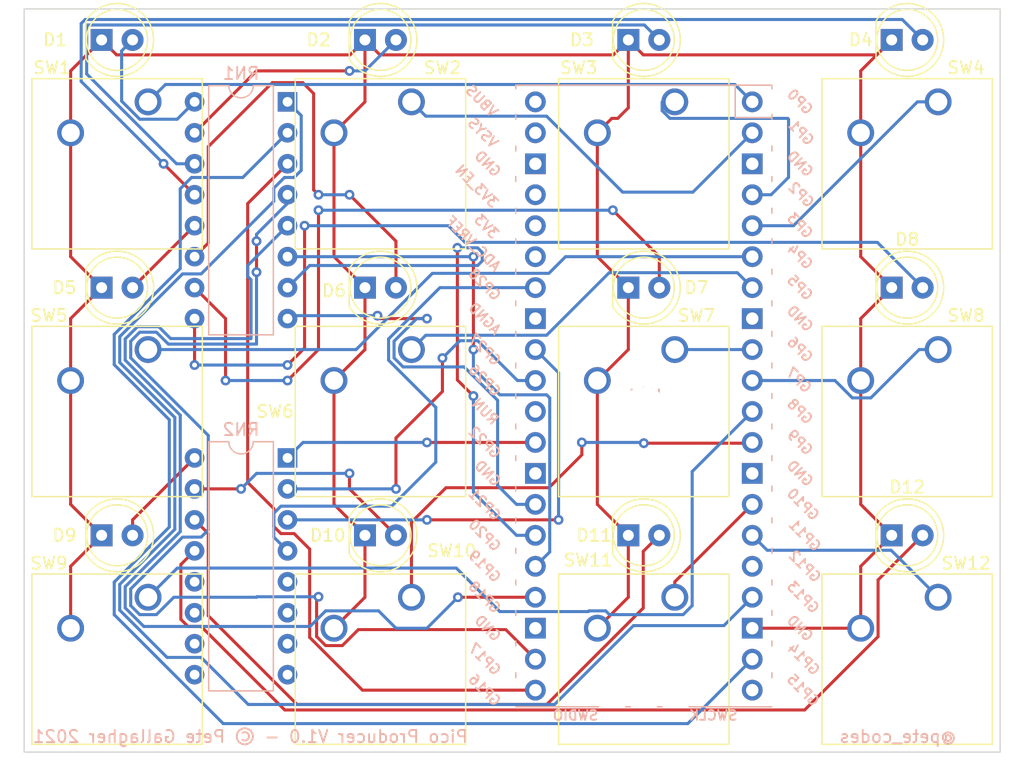
<source format=kicad_pcb>
(kicad_pcb (version 20210126) (generator pcbnew)
  (layers (0 "F.Cu" signal) (31 "B.Cu" signal) (34 "B.Paste" user) (35 "F.Paste" user) (36 "B.SilkS" user "B.Silkscreen") (37 "F.SilkS" user "F.Silkscreen") (38 "B.Mask" user) (39 "F.Mask" user) (44 "Edge.Cuts" user))
  (net 0 "")
  (net 1 "Net-(D1-Pad2)")
  (net 2 "GND")
  (net 3 "Net-(D2-Pad2)")
  (net 4 "Net-(D3-Pad2)")
  (net 5 "Net-(D4-Pad2)")
  (net 6 "Net-(D5-Pad2)")
  (net 7 "Net-(D6-Pad2)")
  (net 8 "Net-(D7-Pad2)")
  (net 9 "Net-(D8-Pad2)")
  (net 10 "Net-(D9-Pad2)")
  (net 11 "Net-(D10-Pad2)")
  (net 12 "Net-(D11-Pad2)")
  (net 13 "Net-(RN1-Pad8)")
  (net 14 "Net-(RN1-Pad7)")
  (net 15 "Net-(RN1-Pad6)")
  (net 16 "Net-(RN1-Pad5)")
  (net 17 "Net-(RN1-Pad4)")
  (net 18 "Net-(RN1-Pad3)")
  (net 19 "Net-(RN1-Pad2)")
  (net 20 "Net-(RN1-Pad1)")
  (net 21 "Net-(RN2-Pad8)")
  (net 22 "Net-(RN2-Pad7)")
  (net 23 "Net-(RN2-Pad6)")
  (net 24 "Net-(RN2-Pad5)")
  (net 25 "Net-(RN2-Pad12)")
  (net 26 "Net-(RN2-Pad4)")
  (net 27 "Net-(RN2-Pad11)")
  (net 28 "Net-(RN2-Pad3)")
  (net 29 "Net-(RN2-Pad10)")
  (net 30 "Net-(RN2-Pad2)")
  (net 31 "Net-(RN2-Pad9)")
  (net 32 "Net-(RN2-Pad1)")
  (net 33 "Net-(SW1-Pad1)")
  (net 34 "Net-(SW2-Pad1)")
  (net 35 "Net-(SW3-Pad1)")
  (net 36 "Net-(SW4-Pad1)")
  (net 37 "Net-(SW5-Pad1)")
  (net 38 "Net-(SW6-Pad1)")
  (net 39 "Net-(SW7-Pad1)")
  (net 40 "Net-(SW8-Pad1)")
  (net 41 "Net-(SW9-Pad1)")
  (net 42 "Net-(SW10-Pad1)")
  (net 43 "Net-(SW11-Pad1)")
  (net 44 "Net-(SW12-Pad1)")
  (net 45 "Net-(U$1-Pad23)")
  (net 46 "Net-(U$1-Pad28)")
  (net 47 "Net-(U$1-Pad30)")
  (net 48 "Net-(U$1-Pad33)")
  (net 49 "Net-(U$1-Pad35)")
  (net 50 "Net-(U$1-Pad36)")
  (net 51 "Net-(U$1-Pad37)")
  (net 52 "Net-(U$1-Pad38)")
  (net 53 "Net-(U$1-Pad39)")
  (net 54 "Net-(U$1-Pad40)")
  (net 55 "Net-(U$1-Pad20)")
  (net 56 "Net-(U$1-Pad16)")
  (net 57 "Net-(U$1-Pad13)")
  (net 58 "Net-(U$1-Pad8)")
  (net 59 "Net-(U$1-Pad3)")
  (net 60 "Net-(D12-Pad2)")
  (footprint "LED_THT:LED_D5.0mm" (layer "F.Cu") (at 33.782 25.4)
    (fp_text reference "D1")
    (fp_text value "LED")
  )
  (footprint "LED_THT:LED_D5.0mm" (layer "F.Cu") (at 55.372 25.4)
    (fp_text reference "D2")
    (fp_text value "LED")
  )
  (footprint "LED_THT:LED_D5.0mm" (layer "F.Cu") (at 76.962 25.4)
    (fp_text reference "D3")
    (fp_text value "LED")
  )
  (footprint "LED_THT:LED_D5.0mm" (layer "F.Cu") (at 98.552 25.4)
    (fp_text reference "D4")
    (fp_text value "LED")
  )
  (footprint "LED_THT:LED_D5.0mm" (layer "F.Cu") (at 33.782 45.72)
    (fp_text reference "D5")
    (fp_text value "LED")
  )
  (footprint "LED_THT:LED_D5.0mm" (layer "F.Cu") (at 55.372 45.72)
    (fp_text reference "D6")
    (fp_text value "LED")
  )
  (footprint "LED_THT:LED_D5.0mm" (layer "F.Cu") (at 76.962 45.72)
    (fp_text reference "D7")
    (fp_text value "LED")
  )
  (footprint "LED_THT:LED_D5.0mm" (layer "F.Cu") (at 98.552 45.72)
    (fp_text reference "D8")
    (fp_text value "LED")
  )
  (footprint "LED_THT:LED_D5.0mm" (layer "F.Cu") (at 33.782 66.04)
    (fp_text reference "D9")
    (fp_text value "LED")
  )
  (footprint "LED_THT:LED_D5.0mm" (layer "F.Cu") (at 55.372 66.04)
    (fp_text reference "D10")
    (fp_text value "LED")
  )
  (footprint "LED_THT:LED_D5.0mm" (layer "F.Cu") (at 76.962 66.04)
    (fp_text reference "D11")
    (fp_text value "LED")
  )
  (footprint "LED_THT:LED_D5.0mm" (layer "F.Cu") (at 98.552 66.04)
    (fp_text reference "D12")
    (fp_text value "LED5MM")
  )
  (footprint "Button_Switch_Keyboard:SW_Cherry_MX_1.00u_Plate" (layer "F.Cu") (at 37.592 30.48)
    (fp_text reference "SW1")
    (fp_text value "MX")
  )
  (footprint "Button_Switch_Keyboard:SW_Cherry_MX_1.00u_Plate" (layer "F.Cu") (at 59.182 30.48)
    (fp_text reference "SW2")
    (fp_text value "MX")
  )
  (footprint "Button_Switch_Keyboard:SW_Cherry_MX_1.00u_Plate" (layer "F.Cu") (at 80.772 30.48)
    (fp_text reference "SW3")
    (fp_text value "MX")
  )
  (footprint "Button_Switch_Keyboard:SW_Cherry_MX_1.00u_Plate" (layer "F.Cu") (at 102.362 30.48)
    (fp_text reference "SW4")
    (fp_text value "MX")
  )
  (footprint "Button_Switch_Keyboard:SW_Cherry_MX_1.00u_Plate" (layer "F.Cu") (at 37.592 50.8)
    (fp_text reference "SW5")
    (fp_text value "MX")
  )
  (footprint "Button_Switch_Keyboard:SW_Cherry_MX_1.00u_Plate" (layer "F.Cu") (at 59.182 50.8)
    (fp_text reference "SW6")
    (fp_text value "MX")
  )
  (footprint "Button_Switch_Keyboard:SW_Cherry_MX_1.00u_Plate" (layer "F.Cu") (at 80.772 50.8)
    (fp_text reference "SW7")
    (fp_text value "MX")
  )
  (footprint "Button_Switch_Keyboard:SW_Cherry_MX_1.00u_Plate" (layer "F.Cu") (at 102.362 50.8)
    (fp_text reference "SW8")
    (fp_text value "MX")
  )
  (footprint "Button_Switch_Keyboard:SW_Cherry_MX_1.00u_Plate" (layer "F.Cu") (at 37.592 71.12)
    (fp_text reference "SW9")
    (fp_text value "MX")
  )
  (footprint "Button_Switch_Keyboard:SW_Cherry_MX_1.00u_Plate" (layer "F.Cu") (at 59.182 71.12)
    (fp_text reference "SW10")
    (fp_text value "MX")
  )
  (footprint "Button_Switch_Keyboard:SW_Cherry_MX_1.00u_Plate" (layer "F.Cu") (at 80.772 71.12)
    (fp_text reference "SW11")
    (fp_text value "MX")
  )
  (footprint "Button_Switch_Keyboard:SW_Cherry_MX_1.00u_Plate" (layer "F.Cu") (at 102.362 71.12)
    (fp_text reference "SW12")
    (fp_text value "MX")
  )
  (footprint "Package_DIP:DIP-16_W7.62mm" (layer "B.Cu") (at 49.022 30.48 180)
    (fp_text reference "RN1")
    (fp_text value "R_Pack08")
  )
  (footprint "Package_DIP:DIP-16_W7.62mm" (layer "B.Cu") (at 49.022 59.69 180)
    (fp_text reference "RN2")
    (fp_text value "R_Pack08")
  )
  (footprint "Raspberry Pi:RPi_Pico_SMD_TH" (layer "B.Cu") (at 78.232 54.61 180)
    (fp_text reference "U$1")
    (fp_text value "RPI_PICO-SMD")
  )
  (gr_line (start 27.432 83.82) (end 27.432 22.86) (layer "Edge.Cuts") (width 0.1))
  (gr_line (start 107.442 22.86) (end 107.442 83.82) (layer "Edge.Cuts") (width 0.1))
  (gr_line (start 107.442 83.82) (end 27.432 83.82) (layer "Edge.Cuts") (width 0.1))
  (gr_line (start 27.432 22.86) (end 107.442 22.86) (layer "Edge.Cuts") (width 0.1))
  (gr_text "@pete_codes" (at 99.06 82.55) (layer "B.SilkS") (effects (font (size 1 1)) (justify mirror)))
  (gr_text "Pico Producer V1.0 - © Pete Gallagher 2021" (at 45.974 82.55) (layer "B.SilkS") (effects (font (size 1 1)) (justify mirror)))
  (segment (start 36.907999 31.905001) (end 39.976999 31.905001) (width 0.25) (layer "B.Cu") (net 1))
  (segment (start 36.322 25.4) (end 35.422001 26.299999) (width 0.25) (layer "B.Cu") (net 1))
  (segment (start 39.976999 31.905001) (end 41.402 30.48) (width 0.25) (layer "B.Cu") (net 1))
  (segment (start 35.422001 26.299999) (end 35.422001 30.419003) (width 0.25) (layer "B.Cu") (net 1))
  (segment (start 35.422001 30.419003) (end 36.907999 31.905001) (width 0.25) (layer "B.Cu") (net 1))
  (segment (start 55.372 45.72) (end 55.372 50.8) (width 0.25) (layer "F.Cu") (net 2))
  (segment (start 31.242 43.18) (end 31.242 33.02) (width 0.25) (layer "F.Cu") (net 2))
  (segment (start 98.552 45.72) (end 96.012 43.18) (width 0.25) (layer "F.Cu") (net 2))
  (segment (start 76.962 45.72) (end 76.962 50.8) (width 0.25) (layer "F.Cu") (net 2))
  (segment (start 55.372 30.48) (end 52.832 33.02) (width 0.25) (layer "F.Cu") (net 2))
  (segment (start 96.012 48.26) (end 98.552 45.72) (width 0.25) (layer "F.Cu") (net 2))
  (segment (start 31.242 63.5) (end 33.782 66.04) (width 0.25) (layer "F.Cu") (net 2))
  (segment (start 74.422 43.18) (end 76.962 45.72) (width 0.25) (layer "F.Cu") (net 2))
  (segment (start 56.597001 26.625001) (end 75.736999 26.625001) (width 0.25) (layer "F.Cu") (net 2))
  (segment (start 55.372 25.4) (end 55.372 30.48) (width 0.25) (layer "F.Cu") (net 2))
  (segment (start 96.012 68.58) (end 98.552 66.04) (width 0.25) (layer "F.Cu") (net 2))
  (segment (start 76.962 25.4) (end 76.962 30.968002) (width 0.25) (layer "F.Cu") (net 2))
  (segment (start 55.372 50.8) (end 52.832 53.34) (width 0.25) (layer "F.Cu") (net 2))
  (segment (start 76.962 25.4) (end 78.187001 26.625001) (width 0.25) (layer "F.Cu") (net 2))
  (segment (start 78.187001 26.625001) (end 97.326999 26.625001) (width 0.25) (layer "F.Cu") (net 2))
  (segment (start 96.012 43.18) (end 96.012 33.02) (width 0.25) (layer "F.Cu") (net 2))
  (segment (start 76.095001 31.835001) (end 75.606999 31.835001) (width 0.25) (layer "F.Cu") (net 2))
  (segment (start 96.012 63.5) (end 96.012 53.34) (width 0.25) (layer "F.Cu") (net 2))
  (segment (start 31.242 48.26) (end 33.782 45.72) (width 0.25) (layer "F.Cu") (net 2))
  (segment (start 74.422 63.5) (end 76.962 66.04) (width 0.25) (layer "F.Cu") (net 2))
  (segment (start 96.012 33.02) (end 96.012 27.94) (width 0.25) (layer "F.Cu") (net 2))
  (segment (start 75.736999 26.625001) (end 76.962 25.4) (width 0.25) (layer "F.Cu") (net 2))
  (segment (start 31.242 53.34) (end 31.242 63.5) (width 0.25) (layer "F.Cu") (net 2))
  (segment (start 76.962 50.8) (end 74.422 53.34) (width 0.25) (layer "F.Cu") (net 2))
  (segment (start 76.962 30.968002) (end 76.095001 31.835001) (width 0.25) (layer "F.Cu") (net 2))
  (segment (start 96.012 73.66) (end 87.122 73.66) (width 0.25) (layer "F.Cu") (net 2))
  (segment (start 75.606999 31.835001) (end 74.422 33.02) (width 0.25) (layer "F.Cu") (net 2))
  (segment (start 31.242 33.02) (end 31.242 27.94) (width 0.25) (layer "F.Cu") (net 2))
  (segment (start 31.242 68.58) (end 33.782 66.04) (width 0.25) (layer "F.Cu") (net 2))
  (segment (start 98.552 66.04) (end 96.012 63.5) (width 0.25) (layer "F.Cu") (net 2))
  (segment (start 96.012 53.34) (end 96.012 48.26) (width 0.25) (layer "F.Cu") (net 2))
  (segment (start 33.782 25.4) (end 35.007001 26.625001) (width 0.25) (layer "F.Cu") (net 2))
  (segment (start 55.372 71.12) (end 52.832 73.66) (width 0.25) (layer "F.Cu") (net 2))
  (segment (start 55.372 25.4) (end 56.597001 26.625001) (width 0.25) (layer "F.Cu") (net 2))
  (segment (start 52.832 53.34) (end 52.832 63.5) (width 0.25) (layer "F.Cu") (net 2))
  (segment (start 96.012 27.94) (end 98.552 25.4) (width 0.25) (layer "F.Cu") (net 2))
  (segment (start 74.422 33.02) (end 74.422 43.18) (width 0.25) (layer "F.Cu") (net 2))
  (segment (start 74.422 53.34) (end 74.422 63.5) (width 0.25) (layer "F.Cu") (net 2))
  (segment (start 97.326999 26.625001) (end 98.552 25.4) (width 0.25) (layer "F.Cu") (net 2))
  (segment (start 31.242 27.94) (end 33.782 25.4) (width 0.25) (layer "F.Cu") (net 2))
  (segment (start 55.372 66.04) (end 55.372 71.12) (width 0.25) (layer "F.Cu") (net 2))
  (segment (start 76.962 71.12) (end 74.422 73.66) (width 0.25) (layer "F.Cu") (net 2))
  (segment (start 33.782 45.72) (end 31.242 43.18) (width 0.25) (layer "F.Cu") (net 2))
  (segment (start 54.146999 26.625001) (end 55.372 25.4) (width 0.25) (layer "F.Cu") (net 2))
  (segment (start 35.007001 26.625001) (end 54.146999 26.625001) (width 0.25) (layer "F.Cu") (net 2))
  (segment (start 31.242 73.66) (end 31.242 68.58) (width 0.25) (layer "F.Cu") (net 2))
  (segment (start 52.832 63.5) (end 55.372 66.04) (width 0.25) (layer "F.Cu") (net 2))
  (segment (start 31.242 53.34) (end 31.242 48.26) (width 0.25) (layer "F.Cu") (net 2))
  (segment (start 52.832 43.18) (end 55.372 45.72) (width 0.25) (layer "F.Cu") (net 2))
  (segment (start 96.012 73.66) (end 96.012 68.58) (width 0.25) (layer "F.Cu") (net 2))
  (segment (start 76.962 66.04) (end 76.962 71.12) (width 0.25) (layer "F.Cu") (net 2))
  (segment (start 52.832 33.02) (end 52.832 43.18) (width 0.25) (layer "F.Cu") (net 2))
  (segment (start 54.102 27.94) (end 46.482 27.94) (width 0.25) (layer "F.Cu") (net 3))
  (segment (start 46.482 27.94) (end 41.402 33.02) (width 0.25) (layer "F.Cu") (net 3))
  (via (at 54.102 27.94) (size 0.8) (drill 0.4) (layers "F.Cu" "B.Cu") (net 3))
  (segment (start 55.372 27.94) (end 54.102 27.94) (width 0.25) (layer "B.Cu") (net 3))
  (segment (start 57.912 25.4) (end 55.372 27.94) (width 0.25) (layer "B.Cu") (net 3))
  (segment (start 78.276999 24.174999) (end 32.621999 24.174999) (width 0.25) (layer "B.Cu") (net 4))
  (segment (start 32.556999 28.190411) (end 39.926588 35.56) (width 0.25) (layer "B.Cu") (net 4))
  (segment (start 32.621999 24.174999) (end 32.556999 24.239999) (width 0.25) (layer "B.Cu") (net 4))
  (segment (start 79.502 25.4) (end 78.276999 24.174999) (width 0.25) (layer "B.Cu") (net 4))
  (segment (start 32.556999 24.239999) (end 32.556999 28.190411) (width 0.25) (layer "B.Cu") (net 4))
  (segment (start 39.926588 35.56) (end 41.402 35.56) (width 0.25) (layer "B.Cu") (net 4))
  (segment (start 38.862 35.56) (end 41.402 38.1) (width 0.25) (layer "F.Cu") (net 5))
  (via (at 38.862 35.56) (size 0.8) (drill 0.4) (layers "F.Cu" "B.Cu") (net 5))
  (segment (start 32.106989 24.053599) (end 32.106989 28.804989) (width 0.25) (layer "B.Cu") (net 5))
  (segment (start 32.106989 28.804989) (end 38.862 35.56) (width 0.25) (layer "B.Cu") (net 5))
  (segment (start 32.435598 23.72499) (end 32.106989 24.053599) (width 0.25) (layer "B.Cu") (net 5))
  (segment (start 99.41699 23.72499) (end 32.435598 23.72499) (width 0.25) (layer "B.Cu") (net 5))
  (segment (start 99.822 24.13) (end 99.41699 23.72499) (width 0.25) (layer "B.Cu") (net 5))
  (segment (start 101.092 25.4) (end 99.822 24.13) (width 0.25) (layer "B.Cu") (net 5))
  (segment (start 36.322 45.72) (end 41.402 40.64) (width 0.25) (layer "F.Cu") (net 6))
  (segment (start 57.912 41.91) (end 54.102 38.1) (width 0.25) (layer "F.Cu") (net 7))
  (segment (start 50.268401 28.904989) (end 47.775599 28.904989) (width 0.25) (layer "F.Cu") (net 7))
  (segment (start 42.527001 42.054999) (end 41.402 43.18) (width 0.25) (layer "F.Cu") (net 7))
  (segment (start 42.527001 34.153587) (end 42.527001 42.054999) (width 0.25) (layer "F.Cu") (net 7))
  (segment (start 51.562 38.1) (end 51.162001 37.700001) (width 0.25) (layer "F.Cu") (net 7))
  (segment (start 51.162001 37.700001) (end 51.162001 29.798589) (width 0.25) (layer "F.Cu") (net 7))
  (segment (start 51.162001 29.798589) (end 50.268401 28.904989) (width 0.25) (layer "F.Cu") (net 7))
  (segment (start 47.775599 28.904989) (end 42.527001 34.153587) (width 0.25) (layer "F.Cu") (net 7))
  (segment (start 57.912 45.72) (end 57.912 41.91) (width 0.25) (layer "F.Cu") (net 7))
  (via (at 54.102 38.1) (size 0.8) (drill 0.4) (layers "F.Cu" "B.Cu") (net 7))
  (via (at 51.562 38.1) (size 0.8) (drill 0.4) (layers "F.Cu" "B.Cu") (net 7))
  (segment (start 54.102 38.1) (end 51.562 38.1) (width 0.25) (layer "B.Cu") (net 7))
  (segment (start 51.562 39.37) (end 51.562 50.8) (width 0.25) (layer "F.Cu") (net 8))
  (segment (start 51.562 50.8) (end 49.022 53.34) (width 0.25) (layer "F.Cu") (net 8))
  (segment (start 43.942 53.34) (end 43.942 48.26) (width 0.25) (layer "F.Cu") (net 8))
  (segment (start 79.502 45.72) (end 79.502 43.18) (width 0.25) (layer "F.Cu") (net 8))
  (segment (start 43.942 48.26) (end 41.402 45.72) (width 0.25) (layer "F.Cu") (net 8))
  (segment (start 79.502 43.18) (end 75.692 39.37) (width 0.25) (layer "F.Cu") (net 8))
  (via (at 51.562 39.37) (size 0.8) (drill 0.4) (layers "F.Cu" "B.Cu") (net 8))
  (via (at 75.692 39.37) (size 0.8) (drill 0.4) (layers "F.Cu" "B.Cu") (net 8))
  (via (at 49.022 53.34) (size 0.8) (drill 0.4) (layers "F.Cu" "B.Cu") (net 8))
  (via (at 43.942 53.34) (size 0.8) (drill 0.4) (layers "F.Cu" "B.Cu") (net 8))
  (segment (start 49.022 53.34) (end 43.942 53.34) (width 0.25) (layer "B.Cu") (net 8))
  (segment (start 75.692 39.37) (end 51.562 39.37) (width 0.25) (layer "B.Cu") (net 8))
  (segment (start 41.402 52.07) (end 41.402 48.26) (width 0.25) (layer "F.Cu") (net 9))
  (segment (start 50.422003 40.64) (end 50.422003 50.669997) (width 0.25) (layer "F.Cu") (net 9))
  (segment (start 50.422003 50.669997) (end 49.022 52.07) (width 0.25) (layer "F.Cu") (net 9))
  (via (at 50.422003 40.64) (size 0.8) (drill 0.4) (layers "F.Cu" "B.Cu") (net 9))
  (via (at 41.402 52.07) (size 0.8) (drill 0.4) (layers "F.Cu" "B.Cu") (net 9))
  (via (at 49.022 52.07) (size 0.8) (drill 0.4) (layers "F.Cu" "B.Cu") (net 9))
  (segment (start 97.37699 42.00499) (end 63.57082 42.00499) (width 0.25) (layer "B.Cu") (net 9))
  (segment (start 62.20583 40.64) (end 50.422003 40.64) (width 0.25) (layer "B.Cu") (net 9))
  (segment (start 49.022 52.07) (end 41.402 52.07) (width 0.25) (layer "B.Cu") (net 9))
  (segment (start 63.57082 42.00499) (end 62.20583 40.64) (width 0.25) (layer "B.Cu") (net 9))
  (segment (start 101.092 45.72) (end 97.37699 42.00499) (width 0.25) (layer "B.Cu") (net 9))
  (segment (start 36.322 64.77) (end 41.402 59.69) (width 0.25) (layer "F.Cu") (net 10))
  (segment (start 36.322 66.04) (end 36.322 64.77) (width 0.25) (layer "F.Cu") (net 10))
  (segment (start 45.212 62.23) (end 41.402 62.23) (width 0.25) (layer "F.Cu") (net 11))
  (segment (start 54.102 62.23) (end 54.102 60.96) (width 0.25) (layer "F.Cu") (net 11))
  (segment (start 57.912 66.04) (end 54.102 62.23) (width 0.25) (layer "F.Cu") (net 11))
  (via (at 45.212 62.23) (size 0.8) (drill 0.4) (layers "F.Cu" "B.Cu") (net 11))
  (via (at 54.102 60.96) (size 0.8) (drill 0.4) (layers "F.Cu" "B.Cu") (net 11))
  (segment (start 46.482 60.96) (end 45.212 62.23) (width 0.25) (layer "B.Cu") (net 11))
  (segment (start 54.102 60.96) (end 46.482 60.96) (width 0.25) (layer "B.Cu") (net 11))
  (segment (start 42.527001 72.640003) (end 42.527001 65.895001) (width 0.25) (layer "F.Cu") (net 12))
  (segment (start 49.801999 79.915001) (end 42.527001 72.640003) (width 0.25) (layer "F.Cu") (net 12))
  (segment (start 78.187001 67.354999) (end 78.187001 72.004001) (width 0.25) (layer "F.Cu") (net 12))
  (segment (start 78.187001 72.004001) (end 70.276001 79.915001) (width 0.25) (layer "F.Cu") (net 12))
  (segment (start 79.502 66.04) (end 78.187001 67.354999) (width 0.25) (layer "F.Cu") (net 12))
  (segment (start 42.527001 65.895001) (end 41.402 64.77) (width 0.25) (layer "F.Cu") (net 12))
  (segment (start 70.276001 79.915001) (end 49.801999 79.915001) (width 0.25) (layer "F.Cu") (net 12))
  (segment (start 60.452 48.26) (end 56.642 48.26) (width 0.25) (layer "F.Cu") (net 13))
  (segment (start 56.642 48.26) (end 56.400848 48.018848) (width 0.25) (layer "F.Cu") (net 13))
  (via (at 60.452 48.26) (size 0.8) (drill 0.4) (layers "F.Cu" "B.Cu") (net 13))
  (via (at 56.400848 48.018848) (size 0.8) (drill 0.4) (layers "F.Cu" "B.Cu") (net 13))
  (segment (start 56.400848 48.018848) (end 49.263152 48.018848) (width 0.25) (layer "B.Cu") (net 13))
  (segment (start 57.756999 50.115999) (end 59.612998 48.26) (width 0.25) (layer "B.Cu") (net 13))
  (segment (start 69.342 63.5) (end 67.796998 63.5) (width 0.25) (layer "B.Cu") (net 13))
  (segment (start 66.245598 61.9486) (end 66.245598 54.96501) (width 0.25) (layer "B.Cu") (net 13))
  (segment (start 67.796998 63.5) (end 66.245598 61.9486) (width 0.25) (layer "B.Cu") (net 13))
  (segment (start 58.497999 52.225001) (end 57.756999 51.484001) (width 0.25) (layer "B.Cu") (net 13))
  (segment (start 59.612998 48.26) (end 60.452 48.26) (width 0.25) (layer "B.Cu") (net 13))
  (segment (start 57.756999 51.484001) (end 57.756999 50.115999) (width 0.25) (layer "B.Cu") (net 13))
  (segment (start 49.263152 48.018848) (end 49.022 48.26) (width 0.25) (layer "B.Cu") (net 13))
  (segment (start 66.245598 54.96501) (end 63.505589 52.225001) (width 0.25) (layer "B.Cu") (net 13))
  (segment (start 63.505589 52.225001) (end 58.497999 52.225001) (width 0.25) (layer "B.Cu") (net 13))
  (segment (start 64.262 54.61) (end 62.947828 53.295828) (width 0.25) (layer "F.Cu") (net 14))
  (segment (start 62.947828 53.295828) (end 62.947828 42.455) (width 0.25) (layer "F.Cu") (net 14))
  (via (at 64.262 54.61) (size 0.8) (drill 0.4) (layers "F.Cu" "B.Cu") (net 14))
  (via (at 62.947828 42.455) (size 0.8) (drill 0.4) (layers "F.Cu" "B.Cu") (net 14))
  (segment (start 50.836999 43.905001) (end 49.022 45.72) (width 0.25) (layer "B.Cu") (net 14))
  (segment (start 64.262 62.505002) (end 64.262 54.61) (width 0.25) (layer "B.Cu") (net 14))
  (segment (start 64.987001 42.831999) (end 64.987001 43.528001) (width 0.25) (layer "B.Cu") (net 14))
  (segment (start 64.987001 43.528001) (end 64.610001 43.905001) (width 0.25) (layer "B.Cu") (net 14))
  (segment (start 62.947828 42.455) (end 64.610002 42.455) (width 0.25) (layer "B.Cu") (net 14))
  (segment (start 69.342 66.04) (end 67.796998 66.04) (width 0.25) (layer "B.Cu") (net 14))
  (segment (start 64.610001 43.905001) (end 50.836999 43.905001) (width 0.25) (layer "B.Cu") (net 14))
  (segment (start 67.796998 66.04) (end 64.262 62.505002) (width 0.25) (layer "B.Cu") (net 14))
  (segment (start 64.610002 42.455) (end 64.987001 42.831999) (width 0.25) (layer "B.Cu") (net 14))
  (segment (start 64.262 50.8) (end 64.262 43.18) (width 0.25) (layer "F.Cu") (net 15))
  (via (at 64.262 43.18) (size 0.8) (drill 0.4) (layers "F.Cu" "B.Cu") (net 15))
  (via (at 64.262 50.8) (size 0.8) (drill 0.4) (layers "F.Cu" "B.Cu") (net 15))
  (segment (start 70.517001 54.769999) (end 70.262003 54.515001) (width 0.25) (layer "B.Cu") (net 15))
  (segment (start 64.262 43.18) (end 49.022 43.18) (width 0.25) (layer "B.Cu") (net 15))
  (segment (start 69.342 68.58) (end 70.517001 67.404999) (width 0.25) (layer "B.Cu") (net 15))
  (segment (start 70.262003 54.515001) (end 66.431999 54.515001) (width 0.25) (layer "B.Cu") (net 15))
  (segment (start 70.517001 67.404999) (end 70.517001 54.769999) (width 0.25) (layer "B.Cu") (net 15))
  (segment (start 66.431999 54.515001) (end 64.262 52.345002) (width 0.25) (layer "B.Cu") (net 15))
  (segment (start 64.262 52.345002) (end 64.262 50.8) (width 0.25) (layer "B.Cu") (net 15))
  (segment (start 62.992 71.12) (end 69.342 71.12) (width 0.25) (layer "F.Cu") (net 16))
  (via (at 62.992 71.12) (size 0.8) (drill 0.4) (layers "F.Cu" "B.Cu") (net 16))
  (segment (start 46.03199 45.072992) (end 46.03199 49.89998) (width 0.25) (layer "B.Cu") (net 16))
  (segment (start 37.241589 73.515001) (end 50.867997 73.515001) (width 0.25) (layer "B.Cu") (net 16))
  (segment (start 60.452 73.66) (end 62.992 71.12) (width 0.25) (layer "B.Cu") (net 16))
  (segment (start 49.022 40.64) (end 45.756999 43.905001) (width 0.25) (layer "B.Cu") (net 16))
  (segment (start 35.71699 51.670402) (end 40.231598 56.18501) (width 0.25) (layer "B.Cu") (net 16))
  (segment (start 45.756999 43.905001) (end 45.756999 44.798001) (width 0.25) (layer "B.Cu") (net 16))
  (segment (start 38.462401 48.924989) (end 36.721598 48.92499) (width 0.25) (layer "B.Cu") (net 16))
  (segment (start 45.756999 44.798001) (end 46.03199 45.072992) (width 0.25) (layer "B.Cu") (net 16))
  (segment (start 40.231598 65.73499) (end 35.716989 70.249599) (width 0.25) (layer "B.Cu") (net 16))
  (segment (start 46.03199 49.89998) (end 39.437392 49.89998) (width 0.25) (layer "B.Cu") (net 16))
  (segment (start 56.486999 72.234999) (end 57.912 73.66) (width 0.25) (layer "B.Cu") (net 16))
  (segment (start 35.716989 49.929599) (end 35.71699 51.670402) (width 0.25) (layer "B.Cu") (net 16))
  (segment (start 50.867997 73.515001) (end 52.147999 72.234999) (width 0.25) (layer "B.Cu") (net 16))
  (segment (start 40.231598 56.18501) (end 40.231598 65.73499) (width 0.25) (layer "B.Cu") (net 16))
  (segment (start 57.912 73.66) (end 60.452 73.66) (width 0.25) (layer "B.Cu") (net 16))
  (segment (start 52.147999 72.234999) (end 56.486999 72.234999) (width 0.25) (layer "B.Cu") (net 16))
  (segment (start 36.721598 48.92499) (end 35.716989 49.929599) (width 0.25) (layer "B.Cu") (net 16))
  (segment (start 35.716989 70.249599) (end 35.71699 71.990402) (width 0.25) (layer "B.Cu") (net 16))
  (segment (start 35.71699 71.990402) (end 37.241589 73.515001) (width 0.25) (layer "B.Cu") (net 16))
  (segment (start 39.437392 49.89998) (end 38.462401 48.924989) (width 0.25) (layer "B.Cu") (net 16))
  (segment (start 46.482 44.45) (end 46.482 41.91) (width 0.25) (layer "F.Cu") (net 17))
  (segment (start 51.406999 74.344001) (end 51.406999 71.234002) (width 0.25) (layer "F.Cu") (net 17))
  (segment (start 52.147999 75.085001) (end 51.406999 74.344001) (width 0.25) (layer "F.Cu") (net 17))
  (segment (start 54.827 73.774002) (end 53.516001 75.085001) (width 0.25) (layer "F.Cu") (net 17))
  (segment (start 66.916002 73.774002) (end 54.827 73.774002) (width 0.25) (layer "F.Cu") (net 17))
  (segment (start 51.406999 71.234002) (end 51.562 71.079001) (width 0.25) (layer "F.Cu") (net 17))
  (segment (start 53.516001 75.085001) (end 52.147999 75.085001) (width 0.25) (layer "F.Cu") (net 17))
  (segment (start 69.342 76.2) (end 66.916002 73.774002) (width 0.25) (layer "F.Cu") (net 17))
  (via (at 46.482 44.45) (size 0.8) (drill 0.4) (layers "F.Cu" "B.Cu") (net 17))
  (via (at 46.482 41.91) (size 0.8) (drill 0.4) (layers "F.Cu" "B.Cu") (net 17))
  (via (at 51.562 71.079001) (size 0.8) (drill 0.4) (layers "F.Cu" "B.Cu") (net 17))
  (segment (start 46.522999 71.079001) (end 46.482 71.12) (width 0.25) (layer "B.Cu") (net 17))
  (segment (start 49.022 38.804315) (end 49.022 38.1) (width 0.25) (layer "B.Cu") (net 17))
  (segment (start 36.907999 72.545001) (end 36.166999 71.804001) (width 0.25) (layer "B.Cu") (net 17))
  (segment (start 36.166999 50.115999) (end 36.907999 49.374999) (width 0.25) (layer "B.Cu") (net 17))
  (segment (start 51.562 71.079001) (end 46.522999 71.079001) (width 0.25) (layer "B.Cu") (net 17))
  (segment (start 36.166999 51.484001) (end 36.166999 50.115999) (width 0.25) (layer "B.Cu") (net 17))
  (segment (start 46.482 41.344315) (end 49.022 38.804315) (width 0.25) (layer "B.Cu") (net 17))
  (segment (start 39.250992 50.34999) (end 46.482 50.34999) (width 0.25) (layer "B.Cu") (net 17))
  (segment (start 38.276001 49.374999) (end 39.250992 50.34999) (width 0.25) (layer "B.Cu") (net 17))
  (segment (start 46.482 41.91) (end 46.482 41.344315) (width 0.25) (layer "B.Cu") (net 17))
  (segment (start 46.482 50.34999) (end 46.482 44.45) (width 0.25) (layer "B.Cu") (net 17))
  (segment (start 41.942001 66.184999) (end 42.527001 65.599999) (width 0.25) (layer "B.Cu") (net 17))
  (segment (start 46.482 71.12) (end 39.701002 71.12) (width 0.25) (layer "B.Cu") (net 17))
  (segment (start 42.527001 57.844003) (end 36.166999 51.484001) (width 0.25) (layer "B.Cu") (net 17))
  (segment (start 39.701002 71.12) (end 38.276001 72.545001) (width 0.25) (layer "B.Cu") (net 17))
  (segment (start 36.166999 71.804001) (end 36.166999 70.435999) (width 0.25) (layer "B.Cu") (net 17))
  (segment (start 42.527001 65.599999) (end 42.527001 57.844003) (width 0.25) (layer "B.Cu") (net 17))
  (segment (start 36.166999 70.435999) (end 40.417999 66.184999) (width 0.25) (layer "B.Cu") (net 17))
  (segment (start 40.417999 66.184999) (end 41.942001 66.184999) (width 0.25) (layer "B.Cu") (net 17))
  (segment (start 36.907999 49.374999) (end 38.276001 49.374999) (width 0.25) (layer "B.Cu") (net 17))
  (segment (start 38.276001 72.545001) (end 36.907999 72.545001) (width 0.25) (layer "B.Cu") (net 17))
  (segment (start 47.896999 63.841997) (end 47.896999 65.310001) (width 0.25) (layer "F.Cu") (net 18))
  (segment (start 48.481999 65.895001) (end 49.562001 65.895001) (width 0.25) (layer "F.Cu") (net 18))
  (segment (start 45.756999 38.825001) (end 45.756999 61.701997) (width 0.25) (layer "F.Cu") (net 18))
  (segment (start 49.562001 65.895001) (end 50.836999 67.169999) (width 0.25) (layer "F.Cu") (net 18))
  (segment (start 55.166588 78.74) (end 69.342 78.74) (width 0.25) (layer "F.Cu") (net 18))
  (segment (start 49.022 35.56) (end 45.756999 38.825001) (width 0.25) (layer "F.Cu") (net 18))
  (segment (start 50.836999 67.169999) (end 50.836999 74.410411) (width 0.25) (layer "F.Cu") (net 18))
  (segment (start 45.756999 61.701997) (end 47.896999 63.841997) (width 0.25) (layer "F.Cu") (net 18))
  (segment (start 50.836999 74.410411) (end 55.166588 78.74) (width 0.25) (layer "F.Cu") (net 18))
  (segment (start 47.896999 65.310001) (end 48.481999 65.895001) (width 0.25) (layer "F.Cu") (net 18))
  (segment (start 43.751999 81.485001) (end 34.816972 72.549974) (width 0.25) (layer "B.Cu") (net 19))
  (segment (start 45.356999 36.685001) (end 49.022 33.02) (width 0.25) (layer "B.Cu") (net 19))
  (segment (start 40.228779 44.144989) (end 40.228779 37.608219) (width 0.25) (layer "B.Cu") (net 19))
  (segment (start 39.331579 56.557811) (end 34.816971 52.043199) (width 0.25) (layer "B.Cu") (net 19))
  (segment (start 34.816971 52.043199) (end 34.816972 49.556796) (width 0.25) (layer "B.Cu") (net 19))
  (segment (start 81.836999 81.485001) (end 43.751999 81.485001) (width 0.25) (layer "B.Cu") (net 19))
  (segment (start 40.228779 37.608219) (end 41.151997 36.685001) (width 0.25) (layer "B.Cu") (net 19))
  (segment (start 34.816972 49.556796) (end 40.228779 44.144989) (width 0.25) (layer "B.Cu") (net 19))
  (segment (start 34.816972 69.876796) (end 39.331579 65.362189) (width 0.25) (layer "B.Cu") (net 19))
  (segment (start 41.151997 36.685001) (end 45.356999 36.685001) (width 0.25) (layer "B.Cu") (net 19))
  (segment (start 39.331579 65.362189) (end 39.331579 56.557811) (width 0.25) (layer "B.Cu") (net 19))
  (segment (start 34.816972 72.549974) (end 34.816972 69.876796) (width 0.25) (layer "B.Cu") (net 19))
  (segment (start 87.122 76.2) (end 81.836999 81.485001) (width 0.25) (layer "B.Cu") (net 19))
  (segment (start 77.382391 73.445021) (end 70.912411 79.915001) (width 0.25) (layer "B.Cu") (net 20))
  (segment (start 50.147001 36.100001) (end 50.147001 31.605001) (width 0.25) (layer "B.Cu") (net 20))
  (segment (start 45.802001 79.915001) (end 41.942001 76.055001) (width 0.25) (layer "B.Cu") (net 20))
  (segment (start 41.942001 76.055001) (end 39.145181 76.055001) (width 0.25) (layer "B.Cu") (net 20))
  (segment (start 87.122 71.12) (end 84.796979 73.445021) (width 0.25) (layer "B.Cu") (net 20))
  (segment (start 40.415179 44.594999) (end 41.942001 44.594999) (width 0.25) (layer "B.Cu") (net 20))
  (segment (start 70.912411 79.915001) (end 45.802001 79.915001) (width 0.25) (layer "B.Cu") (net 20))
  (segment (start 50.147001 31.605001) (end 49.022 30.48) (width 0.25) (layer "B.Cu") (net 20))
  (segment (start 39.145181 76.055001) (end 35.26698 72.1768) (width 0.25) (layer "B.Cu") (net 20))
  (segment (start 47.896999 37.559999) (end 48.771997 36.685001) (width 0.25) (layer "B.Cu") (net 20))
  (segment (start 35.26698 51.8568) (end 35.266981 49.743197) (width 0.25) (layer "B.Cu") (net 20))
  (segment (start 41.942001 44.594999) (end 47.896999 38.640001) (width 0.25) (layer "B.Cu") (net 20))
  (segment (start 39.781589 65.548589) (end 39.781589 56.371411) (width 0.25) (layer "B.Cu") (net 20))
  (segment (start 35.26698 72.1768) (end 35.266981 70.063197) (width 0.25) (layer "B.Cu") (net 20))
  (segment (start 48.771997 36.685001) (end 49.562001 36.685001) (width 0.25) (layer "B.Cu") (net 20))
  (segment (start 49.562001 36.685001) (end 50.147001 36.100001) (width 0.25) (layer "B.Cu") (net 20))
  (segment (start 47.896999 38.640001) (end 47.896999 37.559999) (width 0.25) (layer "B.Cu") (net 20))
  (segment (start 39.781589 56.371411) (end 35.26698 51.8568) (width 0.25) (layer "B.Cu") (net 20))
  (segment (start 35.266981 49.743197) (end 40.415179 44.594999) (width 0.25) (layer "B.Cu") (net 20))
  (segment (start 35.266981 70.063197) (end 39.781589 65.548589) (width 0.25) (layer "B.Cu") (net 20))
  (segment (start 84.796979 73.445021) (end 77.382391 73.445021) (width 0.25) (layer "B.Cu") (net 20))
  (segment (start 61.177001 55.540413) (end 61.177001 60.038001) (width 0.25) (layer "B.Cu") (net 26))
  (segment (start 47.896999 64.229999) (end 47.896999 66.184999) (width 0.25) (layer "B.Cu") (net 26))
  (segment (start 47.896999 66.184999) (end 49.022 67.31) (width 0.25) (layer "B.Cu") (net 26))
  (segment (start 57.306989 49.929599) (end 57.30699 51.670402) (width 0.25) (layer "B.Cu") (net 26))
  (segment (start 57.30699 51.670402) (end 61.177001 55.540413) (width 0.25) (layer "B.Cu") (net 26))
  (segment (start 48.481999 63.644999) (end 47.896999 64.229999) (width 0.25) (layer "B.Cu") (net 26))
  (segment (start 69.342 45.72) (end 61.516588 45.72) (width 0.25) (layer "B.Cu") (net 26))
  (segment (start 57.570003 63.644999) (end 48.481999 63.644999) (width 0.25) (layer "B.Cu") (net 26))
  (segment (start 61.177001 60.038001) (end 57.570003 63.644999) (width 0.25) (layer "B.Cu") (net 26))
  (segment (start 61.516588 45.72) (end 57.306989 49.929599) (width 0.25) (layer "B.Cu") (net 26))
  (segment (start 71.242001 64.769935) (end 60.452065 64.769935) (width 0.25) (layer "F.Cu") (net 28))
  (segment (start 60.452065 64.769935) (end 60.452 64.77) (width 0.25) (layer "F.Cu") (net 28))
  (via (at 60.452 64.77) (size 0.8) (drill 0.4) (layers "F.Cu" "B.Cu") (net 28))
  (via (at 71.242001 64.769935) (size 0.8) (drill 0.4) (layers "F.Cu" "B.Cu") (net 28))
  (segment (start 71.242001 52.700001) (end 71.242001 64.769935) (width 0.25) (layer "B.Cu") (net 28))
  (segment (start 60.452 64.77) (end 49.022 64.77) (width 0.25) (layer "B.Cu") (net 28))
  (segment (start 69.342 50.8) (end 71.242001 52.700001) (width 0.25) (layer "B.Cu") (net 28))
  (segment (start 61.722 54.241002) (end 57.912 58.051002) (width 0.25) (layer "F.Cu") (net 30))
  (segment (start 57.912 58.051002) (end 57.912 62.23) (width 0.25) (layer "F.Cu") (net 30))
  (segment (start 61.722 51.500001) (end 61.722 54.241002) (width 0.25) (layer "F.Cu") (net 30))
  (via (at 61.722 51.500001) (size 0.8) (drill 0.4) (layers "F.Cu" "B.Cu") (net 30))
  (via (at 57.912 62.23) (size 0.8) (drill 0.4) (layers "F.Cu" "B.Cu") (net 30))
  (segment (start 67.875002 53.34) (end 64.610001 50.074999) (width 0.25) (layer "B.Cu") (net 30))
  (segment (start 69.342 53.34) (end 67.875002 53.34) (width 0.25) (layer "B.Cu") (net 30))
  (segment (start 63.147002 50.074999) (end 61.722 51.500001) (width 0.25) (layer "B.Cu") (net 30))
  (segment (start 57.912 62.23) (end 49.022 62.23) (width 0.25) (layer "B.Cu") (net 30))
  (segment (start 64.610001 50.074999) (end 63.147002 50.074999) (width 0.25) (layer "B.Cu") (net 30))
  (segment (start 69.342 58.42) (end 60.452 58.42) (width 0.25) (layer "F.Cu") (net 32))
  (via (at 60.452 58.42) (size 0.8) (drill 0.4) (layers "F.Cu" "B.Cu") (net 32))
  (segment (start 60.452 58.42) (end 50.292 58.42) (width 0.25) (layer "B.Cu") (net 32))
  (segment (start 50.292 58.42) (end 49.022 59.69) (width 0.25) (layer "B.Cu") (net 32))
  (segment (start 87.122 30.48) (end 85.696999 29.054999) (width 0.25) (layer "B.Cu") (net 33))
  (segment (start 85.696999 29.054999) (end 39.017001 29.054999) (width 0.25) (layer "B.Cu") (net 33))
  (segment (start 39.017001 29.054999) (end 37.592 30.48) (width 0.25) (layer "B.Cu") (net 33))
  (segment (start 76.492003 37.885001) (end 70.262003 31.655001) (width 0.25) (layer "B.Cu") (net 34))
  (segment (start 70.262003 31.655001) (end 60.357001 31.655001) (width 0.25) (layer "B.Cu") (net 34))
  (segment (start 87.122 33.02) (end 82.256999 37.885001) (width 0.25) (layer "B.Cu") (net 34))
  (segment (start 60.357001 31.655001) (end 59.182 30.48) (width 0.25) (layer "B.Cu") (net 34))
  (segment (start 82.256999 37.885001) (end 76.492003 37.885001) (width 0.25) (layer "B.Cu") (net 34))
  (segment (start 88.667002 38.1) (end 90.097001 36.670001) (width 0.25) (layer "B.Cu") (net 35))
  (segment (start 80.368999 31.835001) (end 79.731999 31.198001) (width 0.25) (layer "B.Cu") (net 35))
  (segment (start 87.122 38.1) (end 88.667002 38.1) (width 0.25) (layer "B.Cu") (net 35))
  (segment (start 90.022003 31.835001) (end 80.368999 31.835001) (width 0.25) (layer "B.Cu") (net 35))
  (segment (start 90.097001 31.909999) (end 90.022003 31.835001) (width 0.25) (layer "B.Cu") (net 35))
  (segment (start 90.097001 36.670001) (end 90.097001 31.909999) (width 0.25) (layer "B.Cu") (net 35))
  (segment (start 79.731999 31.198001) (end 79.731999 30.48) (width 0.25) (layer "B.Cu") (net 35))
  (segment (start 90.501002 40.64) (end 100.661002 30.48) (width 0.25) (layer "B.Cu") (net 36))
  (segment (start 87.122 40.64) (end 90.501002 40.64) (width 0.25) (layer "B.Cu") (net 36))
  (segment (start 100.661002 30.48) (end 102.362 30.48) (width 0.25) (layer "B.Cu") (net 36))
  (segment (start 60.900003 44.544999) (end 54.645002 50.8) (width 0.25) (layer "B.Cu") (net 37))
  (segment (start 54.645002 50.8) (end 37.592 50.8) (width 0.25) (layer "B.Cu") (net 37))
  (segment (start 87.122 43.18) (end 71.817 43.18) (width 0.25) (layer "B.Cu") (net 37))
  (segment (start 70.452001 44.544999) (end 60.900003 44.544999) (width 0.25) (layer "B.Cu") (net 37))
  (segment (start 71.817 43.18) (end 70.452001 44.544999) (width 0.25) (layer "B.Cu") (net 37))
  (segment (start 75.392003 44.494999) (end 70.262003 49.624999) (width 0.25) (layer "B.Cu") (net 38))
  (segment (start 70.262003 49.624999) (end 60.357001 49.624999) (width 0.25) (layer "B.Cu") (net 38))
  (segment (start 87.122 45.72) (end 85.896999 44.494999) (width 0.25) (layer "B.Cu") (net 38))
  (segment (start 85.896999 44.494999) (end 75.392003 44.494999) (width 0.25) (layer "B.Cu") (net 38))
  (segment (start 60.357001 49.624999) (end 59.182 50.8) (width 0.25) (layer "B.Cu") (net 38))
  (segment (start 80.772 50.8) (end 87.122 50.8) (width 0.25) (layer "B.Cu") (net 39))
  (segment (start 100.806366 50.8) (end 102.362 50.8) (width 0.25) (layer "B.Cu") (net 40))
  (segment (start 93.902998 53.34) (end 95.327999 54.765001) (width 0.25) (layer "B.Cu") (net 40))
  (segment (start 95.327999 54.765001) (end 96.841365 54.765001) (width 0.25) (layer "B.Cu") (net 40))
  (segment (start 96.841365 54.765001) (end 100.806366 50.8) (width 0.25) (layer "B.Cu") (net 40))
  (segment (start 87.122 53.34) (end 93.902998 53.34) (width 0.25) (layer "B.Cu") (net 40))
  (segment (start 66.431999 72.295001) (end 62.861997 68.724999) (width 0.25) (layer "B.Cu") (net 41))
  (segment (start 87.122 55.88) (end 82.197001 60.804999) (width 0.25) (layer "B.Cu") (net 41))
  (segment (start 62.861997 68.724999) (end 39.987001 68.724999) (width 0.25) (layer "B.Cu") (net 41))
  (segment (start 73.677997 72.295001) (end 66.431999 72.295001) (width 0.25) (layer "B.Cu") (net 41))
  (segment (start 75.416003 72.545001) (end 75.106001 72.234999) (width 0.25) (layer "B.Cu") (net 41))
  (segment (start 75.106001 72.234999) (end 73.737999 72.234999) (width 0.25) (layer "B.Cu") (net 41))
  (segment (start 82.197001 71.804001) (end 81.456001 72.545001) (width 0.25) (layer "B.Cu") (net 41))
  (segment (start 39.987001 68.724999) (end 37.592 71.12) (width 0.25) (layer "B.Cu") (net 41))
  (segment (start 82.197001 60.804999) (end 82.197001 71.804001) (width 0.25) (layer "B.Cu") (net 41))
  (segment (start 81.456001 72.545001) (end 75.416003 72.545001) (width 0.25) (layer "B.Cu") (net 41))
  (segment (start 73.737999 72.234999) (end 73.677997 72.295001) (width 0.25) (layer "B.Cu") (net 41))
  (segment (start 73.152 59.435002) (end 73.152 58.42) (width 0.25) (layer "F.Cu") (net 42))
  (segment (start 87.061997 58.480003) (end 87.122 58.42) (width 0.25) (layer "F.Cu") (net 42))
  (segment (start 78.232 58.480003) (end 87.061997 58.480003) (width 0.25) (layer "F.Cu") (net 42))
  (segment (start 70.452001 62.135001) (end 73.152 59.435002) (width 0.25) (layer "F.Cu") (net 42))
  (segment (start 62.013997 62.135001) (end 70.452001 62.135001) (width 0.25) (layer "F.Cu") (net 42))
  (segment (start 59.182 71.12) (end 59.182 64.966998) (width 0.25) (layer "F.Cu") (net 42))
  (segment (start 59.182 64.966998) (end 62.013997 62.135001) (width 0.25) (layer "F.Cu") (net 42))
  (via (at 78.232 58.480003) (size 0.8) (drill 0.4) (layers "F.Cu" "B.Cu") (net 42))
  (via (at 73.152 58.42) (size 0.8) (drill 0.4) (layers "F.Cu" "B.Cu") (net 42))
  (segment (start 73.152 58.42) (end 78.171997 58.42) (width 0.25) (layer "B.Cu") (net 42))
  (segment (start 78.171997 58.42) (end 78.232 58.480003) (width 0.25) (layer "B.Cu") (net 42))
  (segment (start 80.772 69.85) (end 87.122 63.5) (width 0.25) (layer "F.Cu") (net 43))
  (segment (start 80.772 71.12) (end 80.772 69.85) (width 0.25) (layer "F.Cu") (net 43))
  (segment (start 87.122 66.04) (end 88.347001 67.265001) (width 0.25) (layer "B.Cu") (net 44))
  (segment (start 88.347001 67.265001) (end 98.507001 67.265001) (width 0.25) (layer "B.Cu") (net 44))
  (segment (start 98.507001 67.265001) (end 102.362 71.12) (width 0.25) (layer "B.Cu") (net 44))
  (segment (start 97.437001 69.694999) (end 97.437001 74.344001) (width 0.25) (layer "F.Cu") (net 60))
  (segment (start 97.437001 74.344001) (end 91.415992 80.36501) (width 0.25) (layer "F.Cu") (net 60))
  (segment (start 40.861999 73.515001) (end 40.276999 72.930001) (width 0.25) (layer "F.Cu") (net 60))
  (segment (start 101.092 66.04) (end 97.437001 69.694999) (width 0.25) (layer "F.Cu") (net 60))
  (segment (start 40.276999 68.435001) (end 41.402 67.31) (width 0.25) (layer "F.Cu") (net 60))
  (segment (start 40.276999 72.930001) (end 40.276999 68.435001) (width 0.25) (layer "F.Cu") (net 60))
  (segment (start 48.79201 80.36501) (end 41.942001 73.515001) (width 0.25) (layer "F.Cu") (net 60))
  (segment (start 91.415992 80.36501) (end 48.79201 80.36501) (width 0.25) (layer "F.Cu") (net 60))
  (segment (start 41.942001 73.515001) (end 40.861999 73.515001) (width 0.25) (layer "F.Cu") (net 60))
)
</source>
